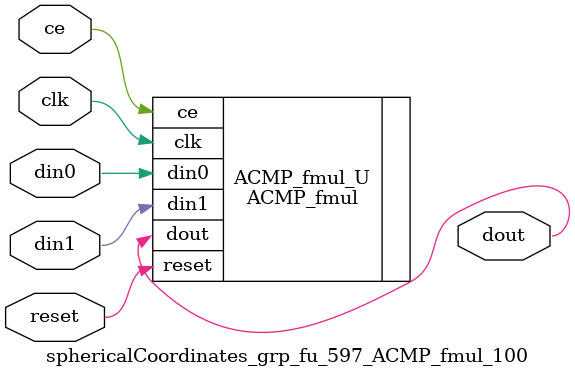
<source format=v>

`timescale 1 ns / 1 ps
module sphericalCoordinates_grp_fu_597_ACMP_fmul_100(
    clk,
    reset,
    ce,
    din0,
    din1,
    dout);

parameter ID = 32'd1;
parameter NUM_STAGE = 32'd1;
parameter din0_WIDTH = 32'd1;
parameter din1_WIDTH = 32'd1;
parameter dout_WIDTH = 32'd1;
input clk;
input reset;
input ce;
input[din0_WIDTH - 1:0] din0;
input[din1_WIDTH - 1:0] din1;
output[dout_WIDTH - 1:0] dout;



ACMP_fmul #(
.ID( ID ),
.NUM_STAGE( 4 ),
.din0_WIDTH( din0_WIDTH ),
.din1_WIDTH( din1_WIDTH ),
.dout_WIDTH( dout_WIDTH ))
ACMP_fmul_U(
    .clk( clk ),
    .reset( reset ),
    .ce( ce ),
    .din0( din0 ),
    .din1( din1 ),
    .dout( dout ));

endmodule

</source>
